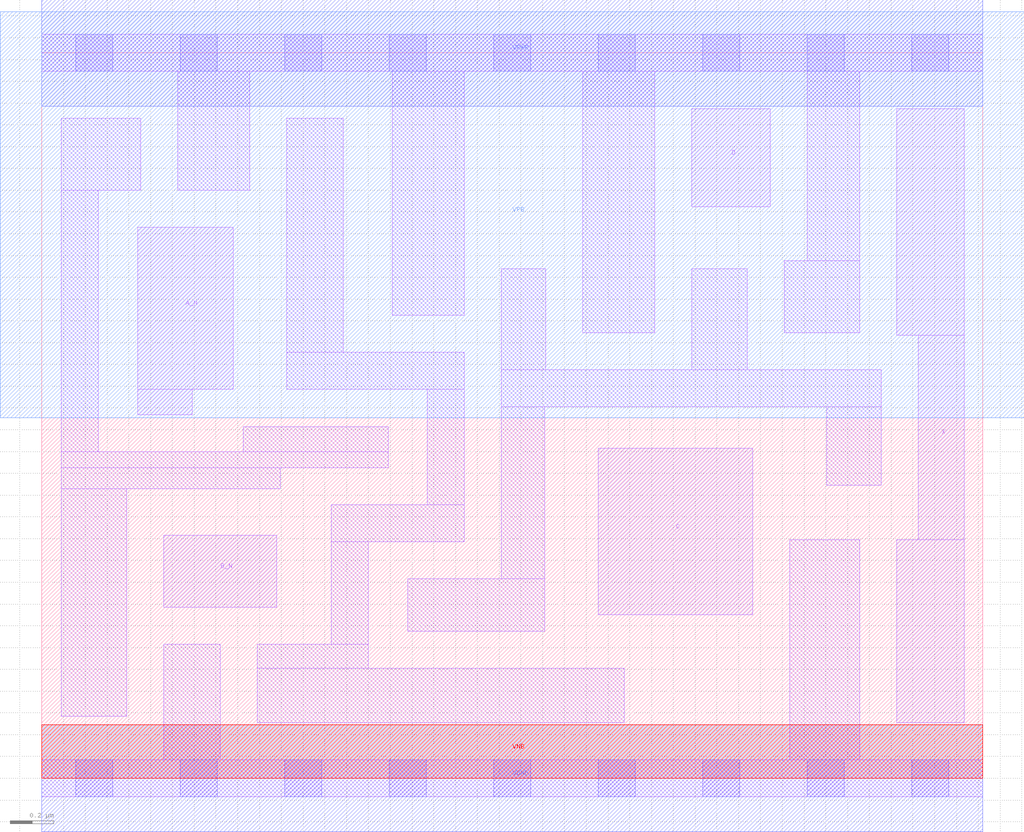
<source format=lef>
# Copyright 2020 The SkyWater PDK Authors
#
# Licensed under the Apache License, Version 2.0 (the "License");
# you may not use this file except in compliance with the License.
# You may obtain a copy of the License at
#
#     https://www.apache.org/licenses/LICENSE-2.0
#
# Unless required by applicable law or agreed to in writing, software
# distributed under the License is distributed on an "AS IS" BASIS,
# WITHOUT WARRANTIES OR CONDITIONS OF ANY KIND, either express or implied.
# See the License for the specific language governing permissions and
# limitations under the License.
#
# SPDX-License-Identifier: Apache-2.0

VERSION 5.7 ;
  NOWIREEXTENSIONATPIN ON ;
  DIVIDERCHAR "/" ;
  BUSBITCHARS "[]" ;
MACRO sky130_fd_sc_lp__and4bb_1
  CLASS CORE ;
  FOREIGN sky130_fd_sc_lp__and4bb_1 ;
  ORIGIN  0.000000  0.000000 ;
  SIZE  4.320000 BY  3.330000 ;
  SYMMETRY X Y R90 ;
  SITE unit ;
  PIN A_N
    ANTENNAGATEAREA  0.126000 ;
    DIRECTION INPUT ;
    USE SIGNAL ;
    PORT
      LAYER li1 ;
        RECT 0.440000 1.670000 0.690000 1.785000 ;
        RECT 0.440000 1.785000 0.880000 2.530000 ;
    END
  END A_N
  PIN B_N
    ANTENNAGATEAREA  0.126000 ;
    DIRECTION INPUT ;
    USE SIGNAL ;
    PORT
      LAYER li1 ;
        RECT 0.560000 0.785000 1.080000 1.115000 ;
    END
  END B_N
  PIN C
    ANTENNAGATEAREA  0.126000 ;
    DIRECTION INPUT ;
    USE SIGNAL ;
    PORT
      LAYER li1 ;
        RECT 2.555000 0.750000 3.265000 1.515000 ;
    END
  END C
  PIN D
    ANTENNAGATEAREA  0.126000 ;
    DIRECTION INPUT ;
    USE SIGNAL ;
    PORT
      LAYER li1 ;
        RECT 2.985000 2.625000 3.345000 3.075000 ;
    END
  END D
  PIN X
    ANTENNADIFFAREA  0.556500 ;
    DIRECTION OUTPUT ;
    USE SIGNAL ;
    PORT
      LAYER li1 ;
        RECT 3.925000 0.255000 4.235000 1.095000 ;
        RECT 3.925000 2.035000 4.235000 3.075000 ;
        RECT 4.025000 1.095000 4.235000 2.035000 ;
    END
  END X
  PIN VGND
    DIRECTION INOUT ;
    USE GROUND ;
    PORT
      LAYER met1 ;
        RECT 0.000000 -0.245000 4.320000 0.245000 ;
    END
  END VGND
  PIN VNB
    DIRECTION INOUT ;
    USE GROUND ;
    PORT
      LAYER pwell ;
        RECT 0.000000 0.000000 4.320000 0.245000 ;
    END
  END VNB
  PIN VPB
    DIRECTION INOUT ;
    USE POWER ;
    PORT
      LAYER nwell ;
        RECT -0.190000 1.655000 4.510000 3.520000 ;
    END
  END VPB
  PIN VPWR
    DIRECTION INOUT ;
    USE POWER ;
    PORT
      LAYER met1 ;
        RECT 0.000000 3.085000 4.320000 3.575000 ;
    END
  END VPWR
  OBS
    LAYER li1 ;
      RECT 0.000000 -0.085000 4.320000 0.085000 ;
      RECT 0.000000  3.245000 4.320000 3.415000 ;
      RECT 0.090000  0.285000 0.390000 1.330000 ;
      RECT 0.090000  1.330000 1.095000 1.425000 ;
      RECT 0.090000  1.425000 1.590000 1.500000 ;
      RECT 0.090000  1.500000 0.260000 2.700000 ;
      RECT 0.090000  2.700000 0.455000 3.030000 ;
      RECT 0.560000  0.085000 0.820000 0.615000 ;
      RECT 0.625000  2.700000 0.955000 3.245000 ;
      RECT 0.925000  1.500000 1.590000 1.615000 ;
      RECT 0.990000  0.255000 2.675000 0.505000 ;
      RECT 0.990000  0.505000 1.500000 0.615000 ;
      RECT 1.125000  1.785000 1.940000 1.955000 ;
      RECT 1.125000  1.955000 1.385000 3.030000 ;
      RECT 1.330000  0.615000 1.500000 1.085000 ;
      RECT 1.330000  1.085000 1.940000 1.255000 ;
      RECT 1.610000  2.125000 1.940000 3.245000 ;
      RECT 1.680000  0.675000 2.310000 0.915000 ;
      RECT 1.770000  1.255000 1.940000 1.785000 ;
      RECT 2.110000  0.915000 2.310000 1.705000 ;
      RECT 2.110000  1.705000 3.855000 1.875000 ;
      RECT 2.110000  1.875000 2.315000 2.340000 ;
      RECT 2.485000  2.045000 2.815000 3.245000 ;
      RECT 2.985000  1.875000 3.240000 2.340000 ;
      RECT 3.410000  2.045000 3.755000 2.375000 ;
      RECT 3.435000  0.085000 3.755000 1.095000 ;
      RECT 3.515000  2.375000 3.755000 3.245000 ;
      RECT 3.605000  1.345000 3.855000 1.705000 ;
    LAYER mcon ;
      RECT 0.155000 -0.085000 0.325000 0.085000 ;
      RECT 0.155000  3.245000 0.325000 3.415000 ;
      RECT 0.635000 -0.085000 0.805000 0.085000 ;
      RECT 0.635000  3.245000 0.805000 3.415000 ;
      RECT 1.115000 -0.085000 1.285000 0.085000 ;
      RECT 1.115000  3.245000 1.285000 3.415000 ;
      RECT 1.595000 -0.085000 1.765000 0.085000 ;
      RECT 1.595000  3.245000 1.765000 3.415000 ;
      RECT 2.075000 -0.085000 2.245000 0.085000 ;
      RECT 2.075000  3.245000 2.245000 3.415000 ;
      RECT 2.555000 -0.085000 2.725000 0.085000 ;
      RECT 2.555000  3.245000 2.725000 3.415000 ;
      RECT 3.035000 -0.085000 3.205000 0.085000 ;
      RECT 3.035000  3.245000 3.205000 3.415000 ;
      RECT 3.515000 -0.085000 3.685000 0.085000 ;
      RECT 3.515000  3.245000 3.685000 3.415000 ;
      RECT 3.995000 -0.085000 4.165000 0.085000 ;
      RECT 3.995000  3.245000 4.165000 3.415000 ;
  END
END sky130_fd_sc_lp__and4bb_1
END LIBRARY

</source>
